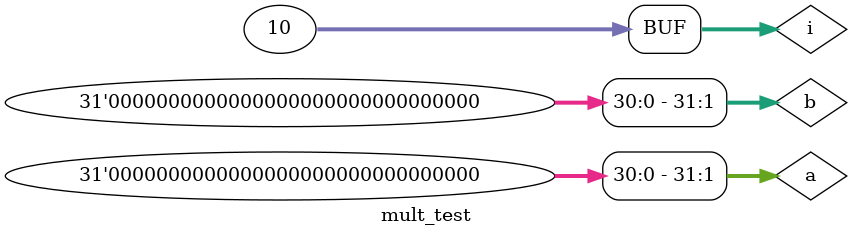
<source format=v>
module mult_test;
reg [31:0] a, b;
wire [63:0] prod;
integer i;

mult_32b m0(.a (a), .b (b), .prod (prod));

initial begin
	a <= 0;
	b <= 0;
	
	//this section loops ten times to create random test cases
	for (i = 0; i < 10; i = i + 1) begin
		#10 a <= $random;
		    b <= $random;
	end
end
initial begin
	$monitor ("%t \n a = %b \n b = %b \n prod = %b", $time, a, b, prod);
	$dumpfile("mult32b.vcd");
	$dumpvars();
	$display("\t\ttime");
end
endmodule

</source>
